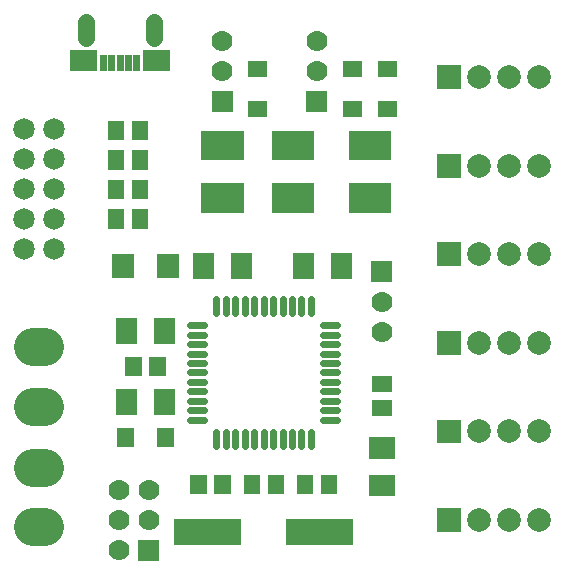
<source format=gts>
G04 Layer: TopSolderMaskLayer*
G04 EasyEDA v6.2.44, 2019-10-08T14:21:55+02:00*
G04 eb769dd03b8a4f4b8b9bb7d3164b0f61,d54f43e133bf43b298e367d61d3b1b7b,10*
G04 Gerber Generator version 0.2*
G04 Scale: 100 percent, Rotated: No, Reflected: No *
G04 Dimensions in millimeters *
G04 leading zeros omitted , absolute positions ,3 integer and 3 decimal *
%FSLAX33Y33*%
%MOMM*%
G90*
G71D02*

%ADD41C,3.203194*%
%ADD42C,0.623189*%
%ADD43C,1.403198*%
%ADD44C,1.778000*%
%ADD51C,2.003196*%
%ADD59C,1.827200*%

%LPD*%
G54D41*
G01X3499Y3880D02*
G01X4499Y3880D01*
G01X3499Y8879D02*
G01X4499Y8879D01*
G01X3499Y14040D02*
G01X4499Y14040D01*
G01X3499Y19120D02*
G01X4499Y19120D01*
G54D42*
G01X16759Y21000D02*
G01X17939Y21000D01*
G01X16759Y20200D02*
G01X17939Y20200D01*
G01X16759Y19400D02*
G01X17939Y19400D01*
G01X16759Y18600D02*
G01X17939Y18600D01*
G01X16759Y17801D02*
G01X17939Y17801D01*
G01X16759Y17000D02*
G01X17939Y17000D01*
G01X16759Y16200D02*
G01X17939Y16200D01*
G01X16759Y15400D02*
G01X17939Y15400D01*
G01X16759Y14600D02*
G01X17939Y14600D01*
G01X16759Y13801D02*
G01X17939Y13801D01*
G01X16759Y13000D02*
G01X17939Y13000D01*
G01X18999Y11940D02*
G01X18999Y10760D01*
G01X19799Y11940D02*
G01X19799Y10760D01*
G01X20599Y11940D02*
G01X20599Y10760D01*
G01X21399Y11940D02*
G01X21399Y10760D01*
G01X22199Y11940D02*
G01X22199Y10760D01*
G01X22999Y11940D02*
G01X22999Y10760D01*
G01X23799Y11940D02*
G01X23799Y10760D01*
G01X24599Y11940D02*
G01X24599Y10760D01*
G01X25399Y11940D02*
G01X25399Y10760D01*
G01X26199Y11940D02*
G01X26199Y10760D01*
G01X26999Y11940D02*
G01X26999Y10760D01*
G01X28059Y13000D02*
G01X29239Y13000D01*
G01X28059Y13801D02*
G01X29239Y13801D01*
G01X28059Y14600D02*
G01X29239Y14600D01*
G01X28059Y15400D02*
G01X29239Y15400D01*
G01X28059Y16200D02*
G01X29239Y16200D01*
G01X28059Y17000D02*
G01X29239Y17000D01*
G01X28059Y17801D02*
G01X29239Y17801D01*
G01X28059Y18600D02*
G01X29239Y18600D01*
G01X28059Y19400D02*
G01X29239Y19400D01*
G01X28059Y20200D02*
G01X29239Y20200D01*
G01X28059Y21000D02*
G01X29239Y21000D01*
G01X26999Y23240D02*
G01X26999Y22060D01*
G01X26199Y23240D02*
G01X26199Y22060D01*
G01X25399Y23240D02*
G01X25399Y22060D01*
G01X24599Y23240D02*
G01X24599Y22060D01*
G01X23799Y23240D02*
G01X23799Y22060D01*
G01X22999Y23240D02*
G01X22999Y22060D01*
G01X22199Y23240D02*
G01X22199Y22060D01*
G01X21399Y23240D02*
G01X21399Y22060D01*
G01X20599Y23240D02*
G01X20599Y22060D01*
G01X19799Y23240D02*
G01X19799Y22060D01*
G01X18999Y23240D02*
G01X18999Y22060D01*
G54D43*
G01X13699Y45300D02*
G01X13699Y46700D01*
G01X7999Y45300D02*
G01X7999Y46700D01*
G54D44*
G01X27499Y45040D03*
G01X27499Y42500D03*
G36*
G01X26611Y39072D02*
G01X26611Y40850D01*
G01X28389Y40850D01*
G01X28389Y39072D01*
G01X26611Y39072D01*
G37*
G36*
G01X23698Y30520D02*
G01X23698Y33009D01*
G01X27302Y33009D01*
G01X27302Y30520D01*
G01X23698Y30520D01*
G37*
G36*
G01X23698Y34991D02*
G01X23698Y37480D01*
G01X27302Y37480D01*
G01X27302Y34991D01*
G01X23698Y34991D01*
G37*
G36*
G01X17698Y30520D02*
G01X17698Y33009D01*
G01X21300Y33009D01*
G01X21300Y30520D01*
G01X17698Y30520D01*
G37*
G36*
G01X17698Y34991D02*
G01X17698Y37480D01*
G01X21300Y37480D01*
G01X21300Y34991D01*
G01X17698Y34991D01*
G37*
G01X19499Y45040D03*
G01X19499Y42500D03*
G36*
G01X18610Y39072D02*
G01X18610Y40850D01*
G01X20388Y40850D01*
G01X20388Y39072D01*
G01X18610Y39072D01*
G37*
G01X32999Y20460D03*
G01X32999Y23000D03*
G36*
G01X32110Y24650D02*
G01X32110Y26428D01*
G01X33888Y26428D01*
G01X33888Y24650D01*
G01X32110Y24650D01*
G37*
G36*
G01X25801Y6675D02*
G01X25801Y8328D01*
G01X27165Y8328D01*
G01X27165Y6675D01*
G01X25801Y6675D01*
G37*
G36*
G01X27833Y6675D02*
G01X27833Y8328D01*
G01X29197Y8328D01*
G01X29197Y6675D01*
G01X27833Y6675D01*
G37*
G36*
G01X16802Y6675D02*
G01X16802Y8328D01*
G01X18166Y8328D01*
G01X18166Y6675D01*
G01X16802Y6675D01*
G37*
G36*
G01X18834Y6675D02*
G01X18834Y8328D01*
G01X20198Y8328D01*
G01X20198Y6675D01*
G01X18834Y6675D01*
G37*
G36*
G01X13335Y16675D02*
G01X13335Y18328D01*
G01X14696Y18328D01*
G01X14696Y16675D01*
G01X13335Y16675D01*
G37*
G36*
G01X11303Y16675D02*
G01X11303Y18328D01*
G01X12664Y18328D01*
G01X12664Y16675D01*
G01X11303Y16675D01*
G37*
G36*
G01X9801Y36675D02*
G01X9801Y38328D01*
G01X11165Y38328D01*
G01X11165Y36675D01*
G01X9801Y36675D01*
G37*
G36*
G01X11833Y36675D02*
G01X11833Y38328D01*
G01X13197Y38328D01*
G01X13197Y36675D01*
G01X11833Y36675D01*
G37*
G36*
G01X9786Y34173D02*
G01X9786Y35826D01*
G01X11148Y35826D01*
G01X11148Y34173D01*
G01X9786Y34173D01*
G37*
G36*
G01X11818Y34173D02*
G01X11818Y35826D01*
G01X13180Y35826D01*
G01X13180Y34173D01*
G01X11818Y34173D01*
G37*
G36*
G01X11948Y42499D02*
G01X11948Y43901D01*
G01X12550Y43901D01*
G01X12550Y42499D01*
G01X11948Y42499D01*
G37*
G36*
G01X11247Y42499D02*
G01X11247Y43901D01*
G01X11851Y43901D01*
G01X11851Y42499D01*
G01X11247Y42499D01*
G37*
G36*
G01X10548Y42499D02*
G01X10548Y43901D01*
G01X11150Y43901D01*
G01X11150Y42499D01*
G01X10548Y42499D01*
G37*
G36*
G01X9847Y42499D02*
G01X9847Y43901D01*
G01X10452Y43901D01*
G01X10452Y42499D01*
G01X9847Y42499D01*
G37*
G36*
G01X9149Y42499D02*
G01X9149Y43901D01*
G01X9751Y43901D01*
G01X9751Y42499D01*
G01X9149Y42499D01*
G37*
G36*
G01X12799Y42499D02*
G01X12799Y44302D01*
G01X15100Y44302D01*
G01X15100Y42499D01*
G01X12799Y42499D01*
G37*
G36*
G01X6598Y42499D02*
G01X6598Y44302D01*
G01X8900Y44302D01*
G01X8900Y42499D01*
G01X6598Y42499D01*
G37*
G36*
G01X37688Y40998D02*
G01X37688Y43002D01*
G01X39690Y43002D01*
G01X39690Y40998D01*
G01X37688Y40998D01*
G37*
G54D51*
G01X41229Y42000D03*
G01X43769Y42000D03*
G01X46309Y42000D03*
G36*
G01X37688Y33500D02*
G01X37688Y35501D01*
G01X39690Y35501D01*
G01X39690Y33500D01*
G01X37688Y33500D01*
G37*
G01X41229Y34500D03*
G01X43769Y34500D03*
G01X46309Y34500D03*
G36*
G01X37688Y25999D02*
G01X37688Y28003D01*
G01X39690Y28003D01*
G01X39690Y25999D01*
G01X37688Y25999D01*
G37*
G01X41229Y27000D03*
G01X43769Y27000D03*
G01X46309Y27000D03*
G36*
G01X37688Y18498D02*
G01X37688Y20502D01*
G01X39690Y20502D01*
G01X39690Y18498D01*
G01X37688Y18498D01*
G37*
G01X41229Y19500D03*
G01X43769Y19500D03*
G01X46309Y19500D03*
G36*
G01X37688Y10998D02*
G01X37688Y13002D01*
G01X39690Y13002D01*
G01X39690Y10998D01*
G01X37688Y10998D01*
G37*
G01X41229Y12000D03*
G01X43769Y12000D03*
G01X46309Y12000D03*
G36*
G01X37688Y3500D02*
G01X37688Y5501D01*
G01X39690Y5501D01*
G01X39690Y3500D01*
G01X37688Y3500D01*
G37*
G01X41229Y4500D03*
G01X43769Y4500D03*
G01X46309Y4500D03*
G36*
G01X10198Y24998D02*
G01X10198Y27002D01*
G01X12001Y27002D01*
G01X12001Y24998D01*
G01X10198Y24998D01*
G37*
G36*
G01X13997Y24998D02*
G01X13997Y27002D01*
G01X15801Y27002D01*
G01X15801Y24998D01*
G01X13997Y24998D01*
G37*
G36*
G01X21699Y41998D02*
G01X21699Y43403D01*
G01X23301Y43403D01*
G01X23301Y41998D01*
G01X21699Y41998D01*
G37*
G36*
G01X21699Y38600D02*
G01X21699Y40002D01*
G01X23301Y40002D01*
G01X23301Y38600D01*
G01X21699Y38600D01*
G37*
G36*
G01X29697Y41998D02*
G01X29697Y43403D01*
G01X31300Y43403D01*
G01X31300Y41998D01*
G01X29697Y41998D01*
G37*
G36*
G01X29697Y38600D02*
G01X29697Y40002D01*
G01X31300Y40002D01*
G01X31300Y38600D01*
G01X29697Y38600D01*
G37*
G36*
G01X31897Y6499D02*
G01X31897Y8303D01*
G01X34102Y8303D01*
G01X34102Y6499D01*
G01X31897Y6499D01*
G37*
G36*
G01X31897Y9700D02*
G01X31897Y11503D01*
G01X34102Y11503D01*
G01X34102Y9700D01*
G01X31897Y9700D01*
G37*
G36*
G01X25499Y24899D02*
G01X25499Y27101D01*
G01X27302Y27101D01*
G01X27302Y24899D01*
G01X25499Y24899D01*
G37*
G36*
G01X28696Y24899D02*
G01X28696Y27101D01*
G01X30500Y27101D01*
G01X30500Y24899D01*
G01X28696Y24899D01*
G37*
G36*
G01X20198Y24899D02*
G01X20198Y27101D01*
G01X22001Y27101D01*
G01X22001Y24899D01*
G01X20198Y24899D01*
G37*
G36*
G01X16997Y24899D02*
G01X16997Y27101D01*
G01X18801Y27101D01*
G01X18801Y24899D01*
G01X16997Y24899D01*
G37*
G36*
G01X32174Y13304D02*
G01X32174Y14665D01*
G01X33825Y14665D01*
G01X33825Y13304D01*
G01X32174Y13304D01*
G37*
G36*
G01X32174Y15336D02*
G01X32174Y16697D01*
G01X33825Y16697D01*
G01X33825Y15336D01*
G01X32174Y15336D01*
G37*
G54D44*
G01X10729Y7040D03*
G01X13269Y7040D03*
G01X10729Y4500D03*
G01X13269Y4500D03*
G01X10729Y1960D03*
G36*
G01X12379Y1071D02*
G01X12379Y2849D01*
G01X14157Y2849D01*
G01X14157Y1071D01*
G01X12379Y1071D01*
G37*
G36*
G01X10497Y13398D02*
G01X10497Y15603D01*
G01X12301Y15603D01*
G01X12301Y13398D01*
G01X10497Y13398D01*
G37*
G36*
G01X13698Y13398D02*
G01X13698Y15603D01*
G01X15501Y15603D01*
G01X15501Y13398D01*
G01X13698Y13398D01*
G37*
G36*
G01X10497Y19400D02*
G01X10497Y21602D01*
G01X12301Y21602D01*
G01X12301Y19400D01*
G01X10497Y19400D01*
G37*
G36*
G01X13698Y19400D02*
G01X13698Y21602D01*
G01X15501Y21602D01*
G01X15501Y19400D01*
G01X13698Y19400D01*
G37*
G36*
G01X10596Y10698D02*
G01X10596Y12303D01*
G01X12001Y12303D01*
G01X12001Y10698D01*
G01X10596Y10698D01*
G37*
G36*
G01X13997Y10698D02*
G01X13997Y12303D01*
G01X15400Y12303D01*
G01X15400Y10698D01*
G01X13997Y10698D01*
G37*
G36*
G01X24897Y2400D02*
G01X24897Y4602D01*
G01X30601Y4602D01*
G01X30601Y2400D01*
G01X24897Y2400D01*
G37*
G36*
G01X15397Y2400D02*
G01X15397Y4602D01*
G01X21102Y4602D01*
G01X21102Y2400D01*
G01X15397Y2400D01*
G37*
G36*
G01X23334Y6675D02*
G01X23334Y8328D01*
G01X24696Y8328D01*
G01X24696Y6675D01*
G01X23334Y6675D01*
G37*
G36*
G01X21302Y6675D02*
G01X21302Y8328D01*
G01X22664Y8328D01*
G01X22664Y6675D01*
G01X21302Y6675D01*
G37*
G36*
G01X32697Y41998D02*
G01X32697Y43403D01*
G01X34300Y43403D01*
G01X34300Y41998D01*
G01X32697Y41998D01*
G37*
G36*
G01X32697Y38600D02*
G01X32697Y40002D01*
G01X34300Y40002D01*
G01X34300Y38600D01*
G01X32697Y38600D01*
G37*
G36*
G01X30198Y30520D02*
G01X30198Y33009D01*
G01X33802Y33009D01*
G01X33802Y30520D01*
G01X30198Y30520D01*
G37*
G36*
G01X30198Y34991D02*
G01X30198Y37480D01*
G01X33802Y37480D01*
G01X33802Y34991D01*
G01X30198Y34991D01*
G37*
G54D59*
G01X5269Y27420D03*
G01X2729Y27420D03*
G01X5269Y29960D03*
G01X2729Y29960D03*
G01X5269Y32500D03*
G01X2729Y32500D03*
G01X5269Y35040D03*
G01X2729Y35040D03*
G01X5269Y37580D03*
G01X2729Y37580D03*
G36*
G01X11818Y31673D02*
G01X11818Y33327D01*
G01X13180Y33327D01*
G01X13180Y31673D01*
G01X11818Y31673D01*
G37*
G36*
G01X9786Y31673D02*
G01X9786Y33327D01*
G01X11148Y33327D01*
G01X11148Y31673D01*
G01X9786Y31673D01*
G37*
G36*
G01X11833Y29174D02*
G01X11833Y30827D01*
G01X13197Y30827D01*
G01X13197Y29174D01*
G01X11833Y29174D01*
G37*
G36*
G01X9801Y29174D02*
G01X9801Y30827D01*
G01X11165Y30827D01*
G01X11165Y29174D01*
G01X9801Y29174D01*
G37*
M00*
M02*

</source>
